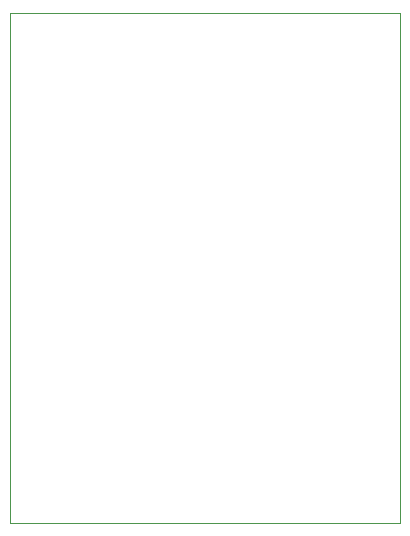
<source format=gbr>
%TF.GenerationSoftware,KiCad,Pcbnew,(5.1.9)-1*%
%TF.CreationDate,2021-03-02T22:38:48+00:00*%
%TF.ProjectId,NOR Front Panel,4e4f5220-4672-46f6-9e74-2050616e656c,rev?*%
%TF.SameCoordinates,Original*%
%TF.FileFunction,Profile,NP*%
%FSLAX46Y46*%
G04 Gerber Fmt 4.6, Leading zero omitted, Abs format (unit mm)*
G04 Created by KiCad (PCBNEW (5.1.9)-1) date 2021-03-02 22:38:48*
%MOMM*%
%LPD*%
G01*
G04 APERTURE LIST*
%TA.AperFunction,Profile*%
%ADD10C,0.050000*%
%TD*%
G04 APERTURE END LIST*
D10*
X99060000Y-93980000D02*
X99060000Y-137160000D01*
X132080000Y-93980000D02*
X99060000Y-93980000D01*
X132080000Y-137160000D02*
X132080000Y-93980000D01*
X99060000Y-137160000D02*
X132080000Y-137160000D01*
M02*

</source>
